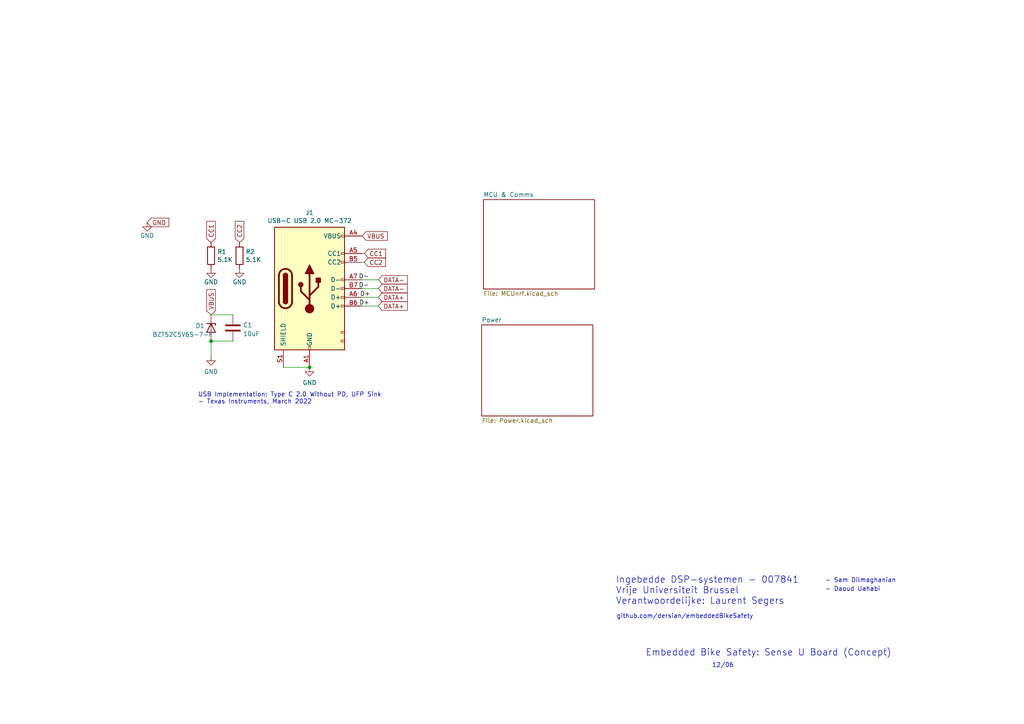
<source format=kicad_sch>
(kicad_sch (version 20230121) (generator eeschema)
  (paper "A4")
  (lib_symbols
    (symbol "Device:C" (pin_numbers hide) (pin_names (offset 0.254))
      (property "Reference" "C" (at 0.635 2.54 0))
      (property "Value" "C" (at 0.635 -2.54 0))
      (symbol "C_0_1"
        (polyline (pts (xy -2.032 -0.762) (xy 2.032 -0.762)) (stroke (width 0.508)))
        (polyline (pts (xy -2.032 0.762) (xy 2.032 0.762)) (stroke (width 0.508)))
      )
      (symbol "C_1_1"
        (pin passive line (at 0 3.81 270) (length 2.794) (name "~") (number "1"))
        (pin passive line (at 0 -3.81 90) (length 2.794) (name "~") (number "2"))
      )
    )
    (symbol "Device:D_Zener" (pin_numbers hide) (pin_names (offset 1.016) hide)
      (property "Reference" "D" (at 0 2.54 0))
      (property "Value" "D_Zener" (at 0 -2.54 0))
      (symbol "D_Zener_0_1"
        (polyline (pts (xy 1.27 0) (xy -1.27 0)))
        (polyline (pts (xy -1.27 -1.27) (xy -1.27 1.27) (xy -0.762 1.27)) (stroke (width 0.254)))
        (polyline (pts (xy 1.27 -1.27) (xy 1.27 1.27) (xy -1.27 0) (xy 1.27 -1.27)) (stroke (width 0.254)))
      )
      (symbol "D_Zener_1_1"
        (pin passive line (at -3.81 0 0) (length 2.54) (name "K") (number "1"))
        (pin passive line (at 3.81 0 180) (length 2.54) (name "A") (number "2"))
      )
    )
    (symbol "Device:R" (pin_numbers hide) (pin_names (offset 0))
      (property "Reference" "R" (at 2.032 0 90))
      (property "Value" "R" (at 0 0 90))
      (symbol "R_0_1"
        (rectangle (start -1.016 -2.54) (end 1.016 2.54) (stroke (width 0.254)))
      )
      (symbol "R_1_1"
        (pin passive line (at 0 3.81 270) (length 1.27) (name "~") (number "1"))
        (pin passive line (at 0 -3.81 90) (length 1.27) (name "~") (number "2"))
      )
    )
    (symbol "nrfmicro-rescue:GND" (power) (pin_names (offset 0))
      (property "Value" "GND" (at 0 -3.81 0))
      (symbol "GND_0_1"
        (polyline (pts (xy 0 0) (xy 0 -1.27) (xy 1.27 -1.27) (xy 0 -2.54) (xy -1.27 -1.27) (xy 0 -1.27)))
      )
      (symbol "GND_1_1"
        (pin power_in line (at 0 0 270) (length 0) hide (name "GND") (number "1"))
      )
    )
    (symbol "nrfmicro:USB_C_Receptacle_USB2.0" (pin_names (offset 1.016))
      (property "Reference" "J" (at -10.16 19.05 0))
      (property "Value" "USB_C_Receptacle_USB2.0" (at 19.05 19.05 0))
      (symbol "USB_C_Receptacle_USB2.0_0_0"
        (rectangle (start -0.254 -17.78) (end 0.254 -16.764))
        (rectangle (start 10.16 -14.986) (end 9.144 -15.494))
        (rectangle (start 10.16 -12.446) (end 9.144 -12.954))
        (rectangle (start 10.16 -4.826) (end 9.144 -5.334))
        (rectangle (start 10.16 -2.286) (end 9.144 -2.794))
        (rectangle (start 10.16 0.254) (end 9.144 -0.254))
        (rectangle (start 10.16 2.794) (end 9.144 2.286))
        (rectangle (start 10.16 7.874) (end 9.144 7.366))
        (rectangle (start 10.16 10.414) (end 9.144 9.906))
        (rectangle (start 10.16 15.494) (end 9.144 14.986))
      )
      (symbol "USB_C_Receptacle_USB2.0_0_1"
        (rectangle (start -10.16 17.78) (end 10.16 -17.78) (stroke (width 0.254)) (fill (type background)))
        (arc (start -8.89 -3.81) (mid -6.985 -5.7067) (end -5.08 -3.81) (stroke (width 0.508)))
        (arc (start -7.62 -3.81) (mid -6.985 -4.4423) (end -6.35 -3.81) (stroke (width 0.254)))
        (arc (start -7.62 -3.81) (mid -6.985 -4.4423) (end -6.35 -3.81) (stroke (width 0.254)) (fill (type outline)))
        (rectangle (start -7.62 -3.81) (end -6.35 3.81) (stroke (width 0.254)) (fill (type outline)))
        (arc (start -6.35 3.81) (mid -6.985 4.4423) (end -7.62 3.81) (stroke (width 0.254)))
        (arc (start -6.35 3.81) (mid -6.985 4.4423) (end -7.62 3.81) (stroke (width 0.254)) (fill (type outline)))
        (arc (start -5.08 3.81) (mid -6.985 5.7067) (end -8.89 3.81) (stroke (width 0.508)))
        (circle (center -2.54 1.143) (radius 0.635) (stroke (width 0.254)) (fill (type outline)))
        (circle (center 0 -5.842) (radius 1.27) (fill (type outline)))
        (polyline (pts (xy -8.89 -3.81) (xy -8.89 3.81)) (stroke (width 0.508)))
        (polyline (pts (xy -5.08 3.81) (xy -5.08 -3.81)) (stroke (width 0.508)))
        (polyline (pts (xy 0 -5.842) (xy 0 4.318)) (stroke (width 0.508)))
        (polyline (pts (xy 0 -3.302) (xy -2.54 -0.762) (xy -2.54 0.508)) (stroke (width 0.508)))
        (polyline (pts (xy 0 -2.032) (xy 2.54 0.508) (xy 2.54 1.778)) (stroke (width 0.508)))
        (polyline (pts (xy -1.27 4.318) (xy 0 6.858) (xy 1.27 4.318) (xy -1.27 4.318)) (stroke (width 0.254)) (fill (type outline)))
        (rectangle (start 1.905 1.778) (end 3.175 3.048) (stroke (width 0.254)) (fill (type outline)))
      )
      (symbol "USB_C_Receptacle_USB2.0_1_1"
        (pin power_in line (at 0 -22.86 90) (length 5.08) (name "GND") (number "A1"))
        (pin power_in line (at 15.24 15.24 180) (length 5.08) (name "VBUS") (number "A4"))
        (pin bidirectional line (at 15.24 10.16 180) (length 5.08) (name "CC1") (number "A5"))
        (pin bidirectional line (at 15.24 -2.54 180) (length 5.08) (name "D+") (number "A6"))
        (pin bidirectional line (at 15.24 2.54 180) (length 5.08) (name "D-") (number "A7"))
        (pin bidirectional line (at 15.24 7.62 180) (length 5.08) (name "CC2") (number "B5"))
        (pin bidirectional line (at 15.24 -5.08 180) (length 5.08) (name "D+") (number "B6"))
        (pin bidirectional line (at 15.24 0 180) (length 5.08) (name "D-") (number "B7"))
        (pin passive line (at -7.62 -22.86 90) (length 5.08) (name "SHIELD") (number "S1"))
      )
    )
    (symbol "power:GND" (power) (pin_names (offset 0))
      (property "Value" "GND" (at 0 -3.81 0))
      (symbol "GND_0_1"
        (polyline (pts (xy 0 0) (xy 0 -1.27) (xy 1.27 -1.27) (xy 0 -2.54) (xy -1.27 -1.27) (xy 0 -1.27)))
      )
      (symbol "GND_1_1"
        (pin power_in line (at 0 0 270) (length 0) hide (name "GND") (number "1"))
      )
    )
  )
  (junction (at 61.214 98.933))
  (junction (at 89.789 106.553))
  (wire (pts (xy 82.169 106.553) (xy 89.789 106.553)))
  (wire (pts (xy 105.029 83.693) (xy 109.728 83.693)))
  (wire (pts (xy 109.728 81.153) (xy 105.029 81.153)))
  (wire (pts (xy 61.214 91.313) (xy 67.564 91.313)))
  (wire (pts (xy 105.664 73.533) (xy 105.029 73.533)))
  (wire (pts (xy 109.728 86.233) (xy 105.029 86.233)))
  (wire (pts (xy 105.664 76.073) (xy 105.029 76.073)))
  (wire (pts (xy 109.728 88.773) (xy 105.029 88.773)))
  (wire (pts (xy 61.214 98.933) (xy 67.564 98.933)))
  (wire (pts (xy 61.214 103.378) (xy 61.214 98.933)))
  (text "USB Implementation: Type C 2.0 Without PD, UFP Sink \n- Texas Instruments, March 2022\n" (at 57.404 117.348 0) (effects (font (size 1.27 1.27)) (justify left bottom)))
  (text "- Daoud Uahabi" (at 239.268 171.704 0) (effects (font (size 1.27 1.27)) (justify left bottom)))
  (text "- Sam Dilmaghanian" (at 239.268 169.164 0) (effects (font (size 1.27 1.27)) (justify left bottom)))
  (text "Ingebedde DSP-systemen - 007841\nVrije Universiteit Brussel\nVerantwoordelijke: Laurent Segers" (at 178.562 175.514 0) (effects (font (size 1.9 1.9)) (justify left bottom)))
  (text "github.com/dersian/embeddedBikeSafety" (at 178.816 179.578 0) (effects (font (size 1.27 1.27)) (justify left bottom)))
  (text "12/06" (at 206.502 193.802 0) (effects (font (size 1.27 1.27)) (justify left bottom)))
  (text "Embedded Bike Safety: Sense U Board (Concept)\n" (at 187.198 190.5 0) (effects (font (size 1.9 1.9)) (justify left bottom)))
  (label "D+" (at 107.188 88.773 180))
  (label "D-" (at 107.061 81.153 180))
  (label "D-" (at 107.061 83.693 180))
  (label "D+" (at 107.442 86.233 180))
  (global_label "VBUS" (shape input) (at 105.029 68.453 0) (property "Intersheetrefs" "${INTERSHEET_REFS}" (effects hide)))
  (global_label "DATA+" (shape input) (at 109.728 86.233 0) (property "Intersheetrefs" "${INTERSHEET_REFS}" (effects hide)))
  (global_label "DATA+" (shape input) (at 109.728 88.773 0) (property "Intersheetrefs" "${INTERSHEET_REFS}" (effects hide)))
  (global_label "CC1" (shape input) (at 61.214 70.358 90) (property "Intersheetrefs" "${INTERSHEET_REFS}" (effects hide)))
  (global_label "CC1" (shape input) (at 105.664 73.533 0) (property "Intersheetrefs" "${INTERSHEET_REFS}" (effects hide)))
  (global_label "CC2" (shape input) (at 69.469 70.358 90) (property "Intersheetrefs" "${INTERSHEET_REFS}" (effects hide)))
  (global_label "GND" (shape input) (at 42.672 64.516 0) (property "Intersheetrefs" "${INTERSHEET_REFS}" (effects hide)))
  (global_label "VBUS" (shape input) (at 61.214 91.313 90) (property "Intersheetrefs" "${INTERSHEET_REFS}" (effects hide)))
  (global_label "CC2" (shape input) (at 105.664 76.073 0) (property "Intersheetrefs" "${INTERSHEET_REFS}" (effects hide)))
  (global_label "DATA-" (shape input) (at 109.728 83.693 0) (property "Intersheetrefs" "${INTERSHEET_REFS}" (effects hide)))
  (global_label "DATA-" (shape input) (at 109.728 81.153 0) (property "Intersheetrefs" "${INTERSHEET_REFS}" (effects hide)))
  (symbol (lib_id "Device:R") (at 69.469 74.168 0) (unit 1)
    (property "Reference" "R2" (at 71.247 72.9996 0) (effects (justify left)))
    (property "Value" "5.1K" (at 71.247 75.311 0) (effects (justify left)))
    (property "Footprint" "Resistor_SMD:R_0603_1608Metric" (effects hide))
  )
  (symbol (lib_id "nrfmicro-rescue:GND") (at 69.469 77.978 0) (unit 1)
    (property "Reference" "#PWR03" (effects hide))
    (property "Value" "GND" (at 69.469 81.788 0))
  )
  (symbol (lib_id "power:GND") (at 89.789 106.553 0) (unit 1)
    (property "Reference" "#PWR04" (effects hide))
    (property "Value" "GND" (at 89.789 110.9964 0))
  )
  (symbol (lib_id "power:GND") (at 61.214 103.378 0) (unit 1)
    (property "Reference" "#PWR02" (effects hide))
    (property "Value" "GND" (at 61.214 107.8214 0))
  )
  (symbol (lib_id "nrfmicro:USB_C_Receptacle_USB2.0") (at 89.789 83.693 0) (unit 1)
    (property "Reference" "J1" (at 89.789 61.6966 0))
    (property "Value" "USB-C USB 2.0 MC-372" (at 89.789 64.008 0))
    (property "Footprint" "VUBRacing_ELO:USB C 2.0 MC 772" (effects hide))
    (property "Datasheet" "https://www.usb.org/sites/default/files/documents/usb_type-c.zip" (effects hide))
  )
  (symbol (lib_id "Device:D_Zener") (at 61.214 95.123 270) (unit 1)
    (property "Reference" "D1" (at 58.039 94.488 90))
    (property "Value" "BZT52C5V6S-7-F" (at 52.959 97.028 90))
    (property "Footprint" "Diode_SMD:D_SOD-323F" (effects hide))
  )
  (symbol (lib_id "power:GND") (at 42.672 64.516 0) (unit 1)
    (property "Reference" "#PWR011" (effects hide))
    (property "Value" "GND" (at 42.672 68.326 0))
  )
  (symbol (lib_id "Device:R") (at 61.214 74.168 0) (unit 1)
    (property "Reference" "R1" (at 62.992 72.9996 0) (effects (justify left)))
    (property "Value" "5.1K" (at 62.992 75.311 0) (effects (justify left)))
    (property "Footprint" "Resistor_SMD:R_0603_1608Metric" (effects hide))
  )
  (symbol (lib_id "Device:C") (at 67.564 95.123 0) (unit 1)
    (property "Reference" "C1" (at 70.485 94.2883 0) (effects (justify left)))
    (property "Value" "10uF" (at 70.485 96.8252 0) (effects (justify left)))
    (property "Footprint" "Capacitor_SMD:C_0603_1608Metric_Pad1.08x0.95mm_HandSolder" (effects hide))
  )
  (symbol (lib_id "nrfmicro-rescue:GND") (at 61.214 77.978 0) (unit 1)
    (property "Reference" "#PWR01" (effects hide))
    (property "Value" "GND" (at 61.214 81.788 0))
  )
  (sheet (at 139.7 94.234) (size 32.258 26.416) (stroke (width 0.1524))
    (property "Sheetname" "Power" (at 139.7 93.5224 0) (effects (justify left bottom)))
    (property "Sheetfile" "Power.kicad_sch" (at 139.7 121.2346 0) (effects (justify left top)))
  )
  (sheet (at 140.208 57.912) (size 32.258 25.908) (stroke (width 0.1524))
    (property "Sheetname" "MCU & Comms" (at 140.208 57.2004 0) (effects (justify left bottom)))
    (property "Sheetfile" "MCUnrf.kicad_sch" (at 140.208 84.4046 0) (effects (justify left top)))
  )
)
</source>
